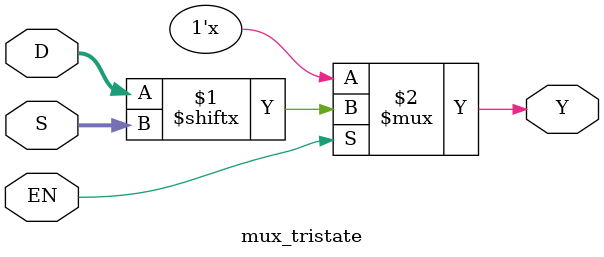
<source format=v>
module mux_tristate(
    input wire [3:0] D,    // Data inputs
    input wire [1:0] S,    // Select input
    input wire EN,         // Enable input
    output wire Y          // Output
);
    assign Y = EN ? D[S] : 1'bz; // Tri-state buffer

endmodule

</source>
